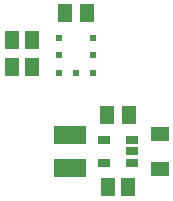
<source format=gtp>
G04 (created by PCBNEW (2013-jul-07)-stable) date Thu 14 Aug 2014 04:05:27 PM EDT*
%MOIN*%
G04 Gerber Fmt 3.4, Leading zero omitted, Abs format*
%FSLAX34Y34*%
G01*
G70*
G90*
G04 APERTURE LIST*
%ADD10C,0.00590551*%
%ADD11R,0.106X0.063*%
%ADD12R,0.0512X0.059*%
%ADD13R,0.0393X0.0275*%
%ADD14R,0.0629X0.0511*%
%ADD15R,0.0511X0.059*%
%ADD16R,0.019685X0.023622*%
%ADD17R,0.023622X0.019685*%
G04 APERTURE END LIST*
G54D10*
G54D11*
X97700Y-56850D03*
X97700Y-55750D03*
G54D12*
X99675Y-55100D03*
X98925Y-55100D03*
X97525Y-51700D03*
X98275Y-51700D03*
G54D13*
X99772Y-56674D03*
X99772Y-56300D03*
X99772Y-55926D03*
X98828Y-55926D03*
X98828Y-56674D03*
G54D14*
X100700Y-56890D03*
X100700Y-55710D03*
G54D15*
X99634Y-57500D03*
X98966Y-57500D03*
X95766Y-52600D03*
X96434Y-52600D03*
X95766Y-53500D03*
X96434Y-53500D03*
G54D16*
X98470Y-53690D03*
X98470Y-53100D03*
X98470Y-52510D03*
G54D17*
X97900Y-53700D03*
G54D16*
X97330Y-53690D03*
X97330Y-53100D03*
X97330Y-52510D03*
M02*

</source>
